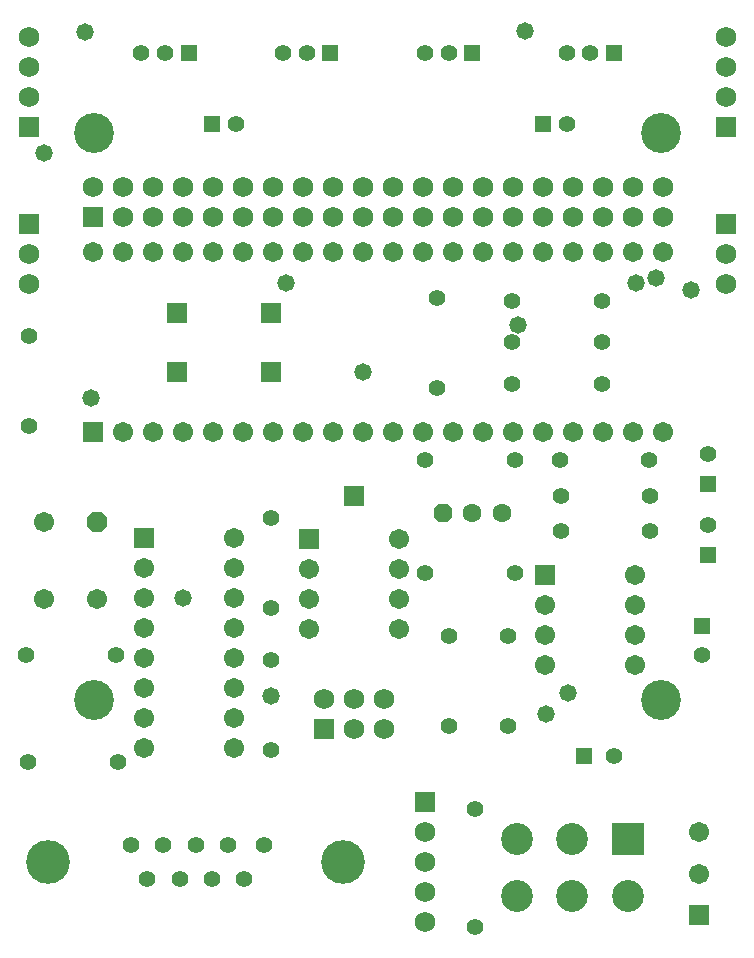
<source format=gts>
*
%LPD*%
%LNsal.gts*%
%FSLAX24Y24*%
%MOIN*%
%AD*%
%AMD336*
4,1,8,-0.0335,-0.0139,-0.0139,-0.0335,0.0139,-0.0335,0.0335,-0.0139,0.0335,0.0139,0.0139,0.0335,-0.0139,0.0335,-0.0335,0.0139,-0.0335,-0.0139,0*
%
%AMD339*
4,1,8,-0.0131,0.0316,-0.0316,0.0131,-0.0316,-0.0131,-0.0131,-0.0316,0.0131,-0.0316,0.0316,-0.0131,0.0316,0.0131,0.0131,0.0316,-0.0131,0.0316,0*
%
%ADD330R,0.067055X0.067055*%
%ADD331C,0.055244*%
%ADD332C,0.068*%
%ADD333R,0.068X0.068*%
%ADD334R,0.055244X0.055244*%
%ADD335C,0.067055*%
%ADD336D336*%
%ADD337R,0.067055X0.067055*%
%ADD338C,0.067055*%
%ADD339D339*%
%ADD340C,0.063118*%
%ADD341C,0.145795*%
%ADD342C,0.106425*%
%ADD343R,0.106425X0.106425*%
%ADD344R,0.055244X0.055244*%
%ADD345R,0.067055X0.067055*%
%ADD346R,0.068X0.068*%
%ADD347C,0.133*%
%ADD348C,0.058*%
G54D330*
%SRX1Y1I0.0J0.0*%
G1X9917Y13311D3*
G1X11417Y14763D3*
G1X8661Y18897D3*
G1X8661Y20866D3*
G1X5511Y20866D3*
G1X5511Y18897D3*
G54D331*
G1X551Y5905D3*
G1X3543Y5905D3*
G1X3484Y9448D3*
G1X492Y9448D3*
G1X3984Y3118D3*
G1X5063Y3118D3*
G1X4523Y2000D3*
G1X5602Y2000D3*
G1X6141Y3118D3*
G1X7220Y3118D3*
G1X7759Y2000D3*
G1X6681Y2000D3*
G1X8417Y3118D3*
G1X8661Y6299D3*
G1X8661Y9291D3*
G1X8661Y11023D3*
G1X8661Y14015D3*
G1X13779Y12204D3*
G1X14567Y10078D3*
G1X16535Y10078D3*
G1X14567Y7086D3*
G1X16535Y7086D3*
G1X15452Y4330D3*
G1X15452Y393D3*
G1X20078Y6102D3*
G1X23031Y9448D3*
G1X23228Y13779D3*
G1X23228Y16141D3*
G1X21259Y15944D3*
G1X21299Y14763D3*
G1X21299Y13582D3*
G1X18267Y15944D3*
G1X18307Y14763D3*
G1X18307Y13582D3*
G1X16771Y15944D3*
G1X16693Y18504D3*
G1X16693Y19881D3*
G1X16693Y21259D3*
G1X14173Y21358D3*
G1X14173Y18366D3*
G1X13779Y15944D3*
G1X16771Y12204D3*
G1X19685Y18504D3*
G1X19685Y19881D3*
G1X19685Y21259D3*
G1X18504Y27165D3*
G1X18504Y29527D3*
G1X19291Y29527D3*
G1X14567Y29527D3*
G1X13779Y29527D3*
G1X9842Y29527D3*
G1X9055Y29527D3*
G1X7480Y27165D3*
G1X5118Y29527D3*
G1X4330Y29527D3*
G1X590Y20078D3*
G1X590Y17086D3*
G54D332*
G1X10417Y7980D3*
G1X11417Y7980D3*
G1X11417Y6980D3*
G1X12417Y6980D3*
G1X12417Y7980D3*
G1X13779Y3559D3*
G1X13779Y2559D3*
G1X13779Y1559D3*
G1X13779Y559D3*
G1X23819Y21834D3*
G1X23819Y22834D3*
G1X21704Y25067D3*
G1X20704Y25067D3*
G1X20704Y24067D3*
G1X21704Y24067D3*
G1X19704Y25067D3*
G1X19704Y24067D3*
G1X18704Y25067D3*
G1X18704Y24067D3*
G1X17704Y25067D3*
G1X17704Y24067D3*
G1X16704Y25067D3*
G1X15704Y25067D3*
G1X15704Y24067D3*
G1X16704Y24067D3*
G1X14704Y25067D3*
G1X14704Y24067D3*
G1X13704Y25067D3*
G1X13704Y24067D3*
G1X12704Y25067D3*
G1X12704Y24067D3*
G1X11704Y25067D3*
G1X10704Y25067D3*
G1X10704Y24067D3*
G1X11704Y24067D3*
G1X9704Y25067D3*
G1X9704Y24067D3*
G1X8704Y25067D3*
G1X8704Y24067D3*
G1X7704Y25067D3*
G1X6704Y25067D3*
G1X6704Y24067D3*
G1X7704Y24067D3*
G1X5704Y25067D3*
G1X5704Y24067D3*
G1X4704Y25067D3*
G1X4704Y24067D3*
G1X3704Y25067D3*
G1X3704Y24067D3*
G1X2704Y25067D3*
G1X590Y22834D3*
G1X590Y21834D3*
G1X590Y28043D3*
G1X590Y29043D3*
G1X590Y30043D3*
G1X23819Y28043D3*
G1X23819Y29043D3*
G1X23819Y30043D3*
G54D333*
G1X13779Y4559D3*
G1X23819Y23834D3*
G1X23819Y27043D3*
G1X590Y27043D3*
G1X590Y23834D3*
G54D334*
G1X19094Y6102D3*
G1X17716Y27165D3*
G1X20078Y29527D3*
G1X15354Y29527D3*
G1X10630Y29527D3*
G1X6693Y27165D3*
G1X5905Y29527D3*
G54D335*
G1X2854Y11319D3*
G1X1082Y11319D3*
G1X1082Y13878D3*
G1X3704Y16881D3*
G1X4704Y16881D3*
G1X5704Y16881D3*
G1X6704Y16881D3*
G1X7704Y16881D3*
G1X8704Y16881D3*
G1X9704Y16881D3*
G1X10704Y16881D3*
G1X11704Y16881D3*
G1X12704Y16881D3*
G1X13704Y16881D3*
G1X14704Y16881D3*
G1X15704Y16881D3*
G1X16704Y16881D3*
G1X17704Y16881D3*
G1X18704Y16881D3*
G1X19704Y16881D3*
G1X20704Y16881D3*
G1X21704Y16881D3*
G1X21704Y22881D3*
G1X20704Y22881D3*
G1X19704Y22881D3*
G1X18704Y22881D3*
G1X17704Y22881D3*
G1X16704Y22881D3*
G1X15704Y22881D3*
G1X14704Y22881D3*
G1X13704Y22881D3*
G1X12704Y22881D3*
G1X11704Y22881D3*
G1X10704Y22881D3*
G1X9704Y22881D3*
G1X8704Y22881D3*
G1X7704Y22881D3*
G1X6704Y22881D3*
G1X5704Y22881D3*
G1X4704Y22881D3*
G1X3704Y22881D3*
G1X2704Y22881D3*
G1X9917Y12311D3*
G1X9917Y11311D3*
G1X9917Y10311D3*
G1X12917Y10311D3*
G1X12917Y11311D3*
G1X12917Y12311D3*
G1X12917Y13311D3*
G1X22933Y3543D3*
G1X22933Y2165D3*
G54D336*
G1X2854Y13878D3*
G54D337*
G1X4405Y13342D3*
G1X17791Y12130D3*
G54D338*
G1X4405Y6342D3*
G1X4405Y7342D3*
G1X4405Y8342D3*
G1X4405Y9342D3*
G1X4405Y10342D3*
G1X4405Y11342D3*
G1X4405Y12342D3*
G1X7405Y10342D3*
G1X7405Y9342D3*
G1X7405Y8342D3*
G1X7405Y7342D3*
G1X7405Y6342D3*
G1X7405Y11342D3*
G1X7405Y12342D3*
G1X7405Y13342D3*
G1X17791Y9130D3*
G1X17791Y10130D3*
G1X17791Y11130D3*
G1X20791Y9130D3*
G1X20791Y10130D3*
G1X20791Y11130D3*
G1X20791Y12130D3*
G54D339*
G1X14370Y14173D3*
G54D340*
G1X15354Y14173D3*
G1X16338Y14173D3*
G54D341*
G1X1220Y2559D3*
G1X11063Y2559D3*
G54D342*
G1X16850Y1411D3*
G1X18700Y1411D3*
G1X20551Y1411D3*
G1X18700Y3313D3*
G1X16850Y3313D3*
G54D343*
G1X20551Y3313D3*
G54D344*
G1X23031Y10433D3*
G1X23228Y12779D3*
G1X23228Y15141D3*
G54D345*
G1X2704Y16881D3*
G1X22933Y787D3*
G54D346*
G1X10417Y6980D3*
G1X2704Y24067D3*
G54D347*
G1X2756Y7952D3*
G1X21653Y7952D3*
G1X21653Y26850D3*
G1X2756Y26850D3*
G54D348*
G1X5713Y11342D3*
G1X8661Y8099D3*
G1X17815Y7478D3*
G1X18534Y8199D3*
G1X11704Y18881D3*
G1X9153Y21850D3*
G1X2657Y18011D3*
G1X1082Y26181D3*
G1X2460Y30216D3*
G1X16893Y20467D3*
G1X20833Y21857D3*
G1X21473Y22028D3*
G1X22654Y21631D3*
G1X17126Y30247D3*
M2*

</source>
